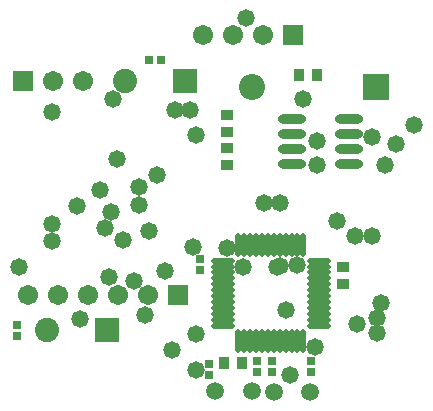
<source format=gts>
G04 Layer_Color=8388736*
%FSLAX25Y25*%
%MOIN*%
G70*
G01*
G75*
%ADD47O,0.01981X0.07887*%
%ADD48O,0.07887X0.01981*%
%ADD49R,0.03556X0.04343*%
%ADD50R,0.02768X0.03162*%
%ADD51R,0.04343X0.03556*%
%ADD52R,0.03162X0.02768*%
%ADD53O,0.09461X0.03162*%
%ADD54C,0.05918*%
%ADD55R,0.06706X0.06706*%
%ADD56C,0.06706*%
%ADD57C,0.08083*%
%ADD58R,0.08083X0.08083*%
%ADD59R,0.08674X0.08674*%
%ADD60C,0.08674*%
%ADD61C,0.05800*%
D47*
X591378Y24512D02*
D03*
X589409D02*
D03*
X587441D02*
D03*
X585472D02*
D03*
X583504D02*
D03*
X581535D02*
D03*
X579567D02*
D03*
X577598D02*
D03*
X575630D02*
D03*
X573661D02*
D03*
X571693D02*
D03*
X569724D02*
D03*
Y56402D02*
D03*
X571693D02*
D03*
X573661D02*
D03*
X575630D02*
D03*
X577598D02*
D03*
X579567D02*
D03*
X581535D02*
D03*
X583504D02*
D03*
X585472D02*
D03*
X587441D02*
D03*
X589409D02*
D03*
X591378D02*
D03*
D48*
X564606Y29630D02*
D03*
Y31598D02*
D03*
Y33567D02*
D03*
Y35535D02*
D03*
Y37504D02*
D03*
Y39472D02*
D03*
Y41441D02*
D03*
Y43409D02*
D03*
Y45378D02*
D03*
Y47346D02*
D03*
Y49315D02*
D03*
Y51283D02*
D03*
X596496D02*
D03*
Y49315D02*
D03*
Y47346D02*
D03*
Y45378D02*
D03*
Y43409D02*
D03*
Y41441D02*
D03*
Y39472D02*
D03*
Y37504D02*
D03*
Y35535D02*
D03*
Y33567D02*
D03*
Y31598D02*
D03*
Y29630D02*
D03*
D49*
X570953Y17000D02*
D03*
X565047D02*
D03*
X590047Y113000D02*
D03*
X595953D02*
D03*
D50*
X557000Y48032D02*
D03*
Y51969D02*
D03*
X594000Y17968D02*
D03*
Y14031D02*
D03*
X581000Y17969D02*
D03*
Y14032D02*
D03*
X576000D02*
D03*
Y17969D02*
D03*
X560000Y13032D02*
D03*
Y16969D02*
D03*
X496000Y29969D02*
D03*
Y26032D02*
D03*
D51*
X604567Y49315D02*
D03*
Y43409D02*
D03*
X566000Y88953D02*
D03*
Y83047D02*
D03*
Y99953D02*
D03*
Y94047D02*
D03*
D52*
X540031Y118000D02*
D03*
X543969D02*
D03*
D53*
X606449Y98500D02*
D03*
Y93500D02*
D03*
Y88500D02*
D03*
Y83500D02*
D03*
X587551Y98500D02*
D03*
Y93500D02*
D03*
Y88500D02*
D03*
Y83500D02*
D03*
D54*
X581441Y7386D02*
D03*
X593646D02*
D03*
X561953Y7780D02*
D03*
X574157D02*
D03*
D55*
X498000Y111000D02*
D03*
X549488Y39764D02*
D03*
X587858Y126378D02*
D03*
D56*
X508000Y111000D02*
D03*
X518000D02*
D03*
X499488Y39764D02*
D03*
X509488D02*
D03*
X519488D02*
D03*
X529488D02*
D03*
X539488D02*
D03*
X577858Y126378D02*
D03*
X567858D02*
D03*
X557858D02*
D03*
D57*
X532000Y111000D02*
D03*
X506000Y28000D02*
D03*
D58*
X552000Y111000D02*
D03*
X526000Y28000D02*
D03*
D59*
X615591Y109000D02*
D03*
D60*
X574410D02*
D03*
D61*
X523600Y74700D02*
D03*
X516000Y69400D02*
D03*
X496600Y49000D02*
D03*
X542600Y79900D02*
D03*
X536500Y75943D02*
D03*
X536435Y69900D02*
D03*
X525100Y62100D02*
D03*
X529300Y85300D02*
D03*
X614100Y92400D02*
D03*
X596090Y83200D02*
D03*
X507600Y57700D02*
D03*
X527412Y67587D02*
D03*
X554600Y55800D02*
D03*
X534813Y44615D02*
D03*
X583600Y49500D02*
D03*
X586800Y13200D02*
D03*
X585700Y34700D02*
D03*
X582600Y49300D02*
D03*
X526449Y45800D02*
D03*
X531200Y58000D02*
D03*
X618552Y83200D02*
D03*
X622300Y90300D02*
D03*
X591300Y105200D02*
D03*
X516900Y31700D02*
D03*
X538600Y33000D02*
D03*
X528000Y105300D02*
D03*
X555759Y93200D02*
D03*
X572100Y132100D02*
D03*
X596000Y91000D02*
D03*
X547499Y21400D02*
D03*
X595300Y22500D02*
D03*
X609120Y30000D02*
D03*
X555700Y14800D02*
D03*
X548465Y101346D02*
D03*
X553753Y101546D02*
D03*
X555653Y26780D02*
D03*
X608600Y59380D02*
D03*
X583727Y70400D02*
D03*
X578327D02*
D03*
X628200Y96391D02*
D03*
X539798Y61000D02*
D03*
X545248Y47900D02*
D03*
X507551Y63646D02*
D03*
X565780Y55600D02*
D03*
X615900Y27000D02*
D03*
X602700Y64500D02*
D03*
X615882Y32094D02*
D03*
X617118Y37094D02*
D03*
X614260Y59520D02*
D03*
X589409Y49858D02*
D03*
X571150Y49315D02*
D03*
X507551Y100953D02*
D03*
M02*

</source>
